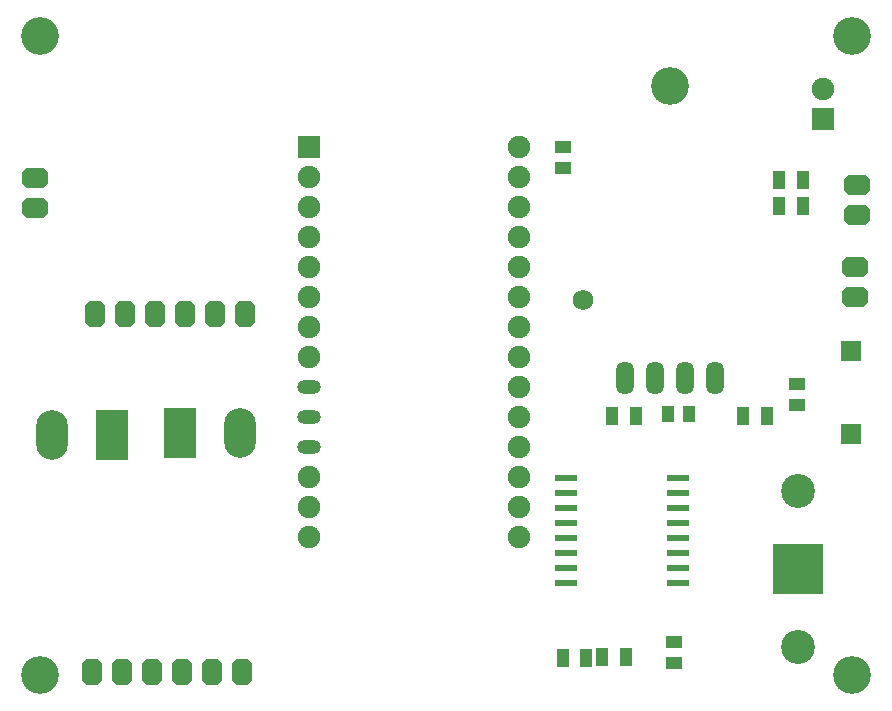
<source format=gts>
%FSTAX25Y25*%
%MOIN*%
%SFA1B1*%

%IPPOS*%
%AMD30*
4,1,8,-0.034000,0.027000,-0.034000,-0.027000,-0.017000,-0.044000,0.017000,-0.044000,0.034000,-0.027000,0.034000,0.027000,0.017000,0.044000,-0.017000,0.044000,-0.034000,0.027000,0.0*
%
%AMD31*
4,1,8,-0.027000,-0.034000,0.027000,-0.034000,0.044000,-0.017000,0.044000,0.017000,0.027000,0.034000,-0.027000,0.034000,-0.044000,0.017000,-0.044000,-0.017000,-0.027000,-0.034000,0.0*
%
%ADD18R,0.057000X0.044000*%
%ADD20R,0.044000X0.057000*%
%ADD21R,0.074000X0.021000*%
%ADD24R,0.039500X0.059180*%
%ADD25R,0.167840X0.167840*%
%ADD26R,0.070990X0.070990*%
%ADD27C,0.068000*%
%ADD28O,0.106420X0.165480*%
%ADD29R,0.106420X0.165480*%
G04~CAMADD=30~4~0.0~0.0~880.0~680.0~0.0~170.0~0~0.0~0.0~0.0~0.0~0~0.0~0.0~0.0~0.0~0~0.0~0.0~0.0~90.0~680.0~880.0*
%ADD30D30*%
G04~CAMADD=31~4~0.0~0.0~880.0~680.0~0.0~170.0~0~0.0~0.0~0.0~0.0~0~0.0~0.0~0.0~0.0~0~0.0~0.0~0.0~180.0~880.0~680.0*
%ADD31D31*%
%ADD32C,0.126110*%
%ADD33O,0.059500X0.110990*%
%ADD34C,0.074930*%
%ADD35O,0.078870X0.047370*%
%ADD36R,0.074930X0.074930*%
%ADD37R,0.074930X0.074930*%
%ADD38C,0.113120*%
%LNriver_level_sensor_datalogger-1*%
%LPD*%
G54D18*
X0262271Y0106954D03*
Y0099854D03*
X01842Y018595D03*
Y017885D03*
X02212Y001385D03*
Y002095D03*
G54D20*
X021915Y00969D03*
X022625D03*
G54D21*
X018525Y00406D03*
Y00456D03*
Y00506D03*
Y00556D03*
Y00606D03*
Y00656D03*
Y00706D03*
Y00756D03*
X022255D03*
Y00706D03*
Y00656D03*
Y00606D03*
Y00556D03*
Y00506D03*
Y00456D03*
Y00406D03*
G54D24*
X0192037Y00155D03*
X0184163D03*
X0197263Y00158D03*
X0205137D03*
X0200763Y00964D03*
X0208637D03*
X0256363Y01749D03*
X0264237D03*
Y01663D03*
X0256363D03*
X0252137Y00964D03*
X0244263D03*
G54D25*
X0262665Y0045136D03*
G54D26*
X02802Y0117916D03*
Y0090357D03*
G54D27*
X0191109Y01349D03*
G54D28*
X0076657Y0090695D03*
X0013928Y0089833D03*
G54D29*
X0056657Y0090695D03*
X0033928Y0089833D03*
G54D30*
X0028295Y0130372D03*
X0038295D03*
X0048294D03*
X0058294D03*
X0078294D03*
X0068295D03*
X0027409Y0011081D03*
X0037409D03*
X0047409D03*
X0057409D03*
X0077409D03*
X0067409D03*
G54D31*
X02817Y01359D03*
Y01459D03*
X02822Y01734D03*
Y01634D03*
X0008137Y016555D03*
Y017555D03*
G54D32*
X022Y02063D03*
X0010007Y022299D03*
X0280775D03*
X0010007Y0009998D03*
X02807Y00099D03*
G54D33*
X0235Y01088D03*
X0225D03*
X0215D03*
X0205D03*
G54D34*
X01697Y00559D03*
Y00659D03*
Y00759D03*
Y00859D03*
Y00959D03*
Y01059D03*
Y01159D03*
Y01259D03*
Y01359D03*
Y01459D03*
Y01559D03*
Y01659D03*
Y01759D03*
X00997Y00559D03*
Y00659D03*
Y00759D03*
Y01159D03*
Y01259D03*
Y01359D03*
Y01459D03*
Y01559D03*
Y01659D03*
Y01759D03*
X01697Y01859D03*
X0271031Y0205432D03*
G54D35*
X00997Y00859D03*
Y00959D03*
Y01059D03*
G54D36*
X00997Y01859D03*
G54D37*
X0271031Y0195431D03*
G54D38*
X0262665Y0019132D03*
Y007114D03*
M02*
</source>
